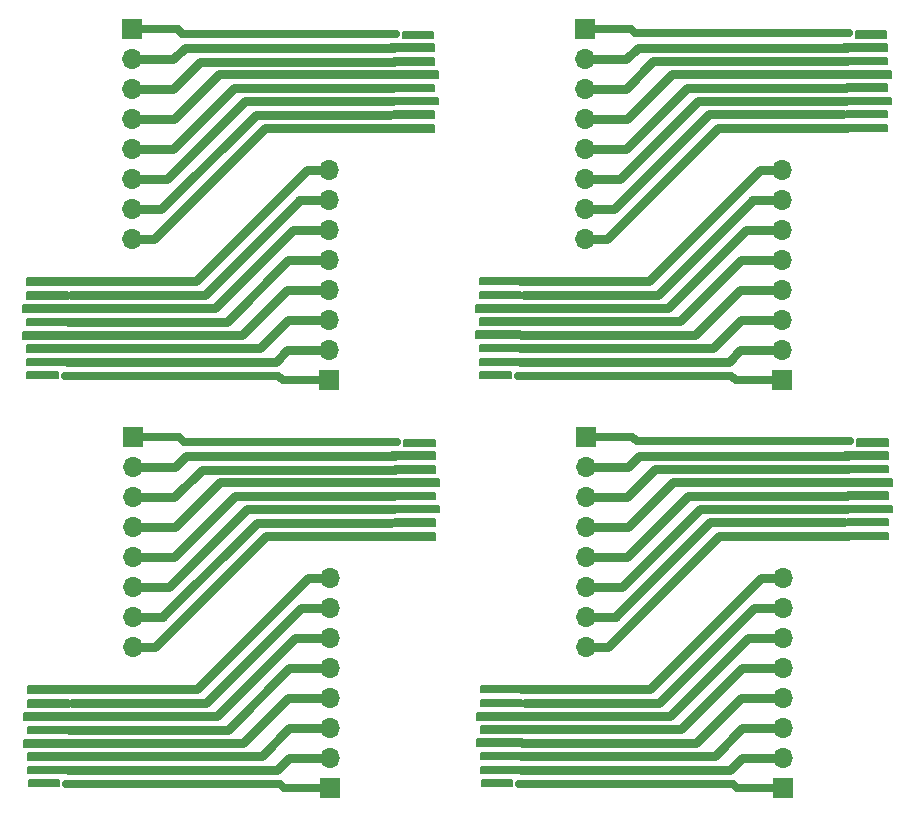
<source format=gbr>
%TF.GenerationSoftware,KiCad,Pcbnew,7.0.1*%
%TF.CreationDate,2023-03-21T17:03:06+01:00*%
%TF.ProjectId,microsdcard_sub_panelized,6d696372-6f73-4646-9361-72645f737562,rev?*%
%TF.SameCoordinates,Original*%
%TF.FileFunction,Copper,L1,Top*%
%TF.FilePolarity,Positive*%
%FSLAX46Y46*%
G04 Gerber Fmt 4.6, Leading zero omitted, Abs format (unit mm)*
G04 Created by KiCad (PCBNEW 7.0.1) date 2023-03-21 17:03:06*
%MOMM*%
%LPD*%
G01*
G04 APERTURE LIST*
%TA.AperFunction,NonConductor*%
%ADD10C,0.200000*%
%TD*%
%TA.AperFunction,ComponentPad*%
%ADD11R,1.700000X1.700000*%
%TD*%
%TA.AperFunction,ComponentPad*%
%ADD12O,1.700000X1.700000*%
%TD*%
%TA.AperFunction,Conductor*%
%ADD13C,0.750000*%
%TD*%
%TA.AperFunction,Conductor*%
%ADD14C,0.650000*%
%TD*%
G04 APERTURE END LIST*
D10*
X69548600Y-121618800D02*
X73036400Y-121618800D01*
X73036400Y-122191800D01*
X69548600Y-122191800D01*
X69548600Y-121618800D01*
%TA.AperFunction,NonConductor*%
G36*
X69548600Y-121618800D02*
G01*
X73036400Y-121618800D01*
X73036400Y-122191800D01*
X69548600Y-122191800D01*
X69548600Y-121618800D01*
G37*
%TD.AperFunction*%
X69548600Y-122794600D02*
X73239600Y-122794600D01*
X73239600Y-123342200D01*
X69548600Y-123342200D01*
X69548600Y-122794600D01*
%TA.AperFunction,NonConductor*%
G36*
X69548600Y-122794600D02*
G01*
X73239600Y-122794600D01*
X73239600Y-123342200D01*
X69548600Y-123342200D01*
X69548600Y-122794600D01*
G37*
%TD.AperFunction*%
X69548600Y-117144600D02*
X72985600Y-117144600D01*
X72985600Y-117692200D01*
X69548600Y-117692200D01*
X69548600Y-117144600D01*
%TA.AperFunction,NonConductor*%
G36*
X69548600Y-117144600D02*
G01*
X72985600Y-117144600D01*
X72985600Y-117692200D01*
X69548600Y-117692200D01*
X69548600Y-117144600D01*
G37*
%TD.AperFunction*%
X69573600Y-123894200D02*
X72147000Y-123894200D01*
X72147000Y-124439800D01*
X69573600Y-124439800D01*
X69573600Y-123894200D01*
%TA.AperFunction,NonConductor*%
G36*
X69573600Y-123894200D02*
G01*
X72147000Y-123894200D01*
X72147000Y-124439800D01*
X69573600Y-124439800D01*
X69573600Y-123894200D01*
G37*
%TD.AperFunction*%
X69548600Y-115968800D02*
X72985600Y-115968800D01*
X72985600Y-116516400D01*
X69548600Y-116516400D01*
X69548600Y-115968800D01*
%TA.AperFunction,NonConductor*%
G36*
X69548600Y-115968800D02*
G01*
X72985600Y-115968800D01*
X72985600Y-116516400D01*
X69548600Y-116516400D01*
X69548600Y-115968800D01*
G37*
%TD.AperFunction*%
X69198600Y-120493800D02*
X73036400Y-120493800D01*
X73036400Y-121066800D01*
X69198600Y-121066800D01*
X69198600Y-120493800D01*
%TA.AperFunction,NonConductor*%
G36*
X69198600Y-120493800D02*
G01*
X73036400Y-120493800D01*
X73036400Y-121066800D01*
X69198600Y-121066800D01*
X69198600Y-120493800D01*
G37*
%TD.AperFunction*%
X69548600Y-119394200D02*
X73036400Y-119394200D01*
X73036400Y-119941800D01*
X69548600Y-119941800D01*
X69548600Y-119394200D01*
%TA.AperFunction,NonConductor*%
G36*
X69548600Y-119394200D02*
G01*
X73036400Y-119394200D01*
X73036400Y-119941800D01*
X69548600Y-119941800D01*
X69548600Y-119394200D01*
G37*
%TD.AperFunction*%
X69223600Y-118269200D02*
X73010600Y-118269200D01*
X73010600Y-118816800D01*
X69223600Y-118816800D01*
X69223600Y-118269200D01*
%TA.AperFunction,NonConductor*%
G36*
X69223600Y-118269200D02*
G01*
X73010600Y-118269200D01*
X73010600Y-118816800D01*
X69223600Y-118816800D01*
X69223600Y-118269200D01*
G37*
%TD.AperFunction*%
X107902600Y-122765400D02*
X111593600Y-122765400D01*
X111593600Y-123313000D01*
X107902600Y-123313000D01*
X107902600Y-122765400D01*
%TA.AperFunction,NonConductor*%
G36*
X107902600Y-122765400D02*
G01*
X111593600Y-122765400D01*
X111593600Y-123313000D01*
X107902600Y-123313000D01*
X107902600Y-122765400D01*
G37*
%TD.AperFunction*%
X107902600Y-117115400D02*
X111339600Y-117115400D01*
X111339600Y-117663000D01*
X107902600Y-117663000D01*
X107902600Y-117115400D01*
%TA.AperFunction,NonConductor*%
G36*
X107902600Y-117115400D02*
G01*
X111339600Y-117115400D01*
X111339600Y-117663000D01*
X107902600Y-117663000D01*
X107902600Y-117115400D01*
G37*
%TD.AperFunction*%
X107902600Y-121589600D02*
X111390400Y-121589600D01*
X111390400Y-122162600D01*
X107902600Y-122162600D01*
X107902600Y-121589600D01*
%TA.AperFunction,NonConductor*%
G36*
X107902600Y-121589600D02*
G01*
X111390400Y-121589600D01*
X111390400Y-122162600D01*
X107902600Y-122162600D01*
X107902600Y-121589600D01*
G37*
%TD.AperFunction*%
X138639600Y-96140600D02*
X142330600Y-96140600D01*
X142330600Y-96688200D01*
X138639600Y-96688200D01*
X138639600Y-96140600D01*
%TA.AperFunction,NonConductor*%
G36*
X138639600Y-96140600D02*
G01*
X142330600Y-96140600D01*
X142330600Y-96688200D01*
X138639600Y-96688200D01*
X138639600Y-96140600D01*
G37*
%TD.AperFunction*%
X107902600Y-115939600D02*
X111339600Y-115939600D01*
X111339600Y-116487200D01*
X107902600Y-116487200D01*
X107902600Y-115939600D01*
%TA.AperFunction,NonConductor*%
G36*
X107902600Y-115939600D02*
G01*
X111339600Y-115939600D01*
X111339600Y-116487200D01*
X107902600Y-116487200D01*
X107902600Y-115939600D01*
G37*
%TD.AperFunction*%
X107552600Y-120464600D02*
X111390400Y-120464600D01*
X111390400Y-121037600D01*
X107552600Y-121037600D01*
X107552600Y-120464600D01*
%TA.AperFunction,NonConductor*%
G36*
X107552600Y-120464600D02*
G01*
X111390400Y-120464600D01*
X111390400Y-121037600D01*
X107552600Y-121037600D01*
X107552600Y-120464600D01*
G37*
%TD.AperFunction*%
X138842800Y-97291000D02*
X142330600Y-97291000D01*
X142330600Y-97864000D01*
X138842800Y-97864000D01*
X138842800Y-97291000D01*
%TA.AperFunction,NonConductor*%
G36*
X138842800Y-97291000D02*
G01*
X142330600Y-97291000D01*
X142330600Y-97864000D01*
X138842800Y-97864000D01*
X138842800Y-97291000D01*
G37*
%TD.AperFunction*%
X138868600Y-100666000D02*
X142655600Y-100666000D01*
X142655600Y-101213600D01*
X138868600Y-101213600D01*
X138868600Y-100666000D01*
%TA.AperFunction,NonConductor*%
G36*
X138868600Y-100666000D02*
G01*
X142655600Y-100666000D01*
X142655600Y-101213600D01*
X138868600Y-101213600D01*
X138868600Y-100666000D01*
G37*
%TD.AperFunction*%
X139732200Y-95043000D02*
X142305600Y-95043000D01*
X142305600Y-95588600D01*
X139732200Y-95588600D01*
X139732200Y-95043000D01*
%TA.AperFunction,NonConductor*%
G36*
X139732200Y-95043000D02*
G01*
X142305600Y-95043000D01*
X142305600Y-95588600D01*
X139732200Y-95588600D01*
X139732200Y-95043000D01*
G37*
%TD.AperFunction*%
X138893600Y-101790600D02*
X142330600Y-101790600D01*
X142330600Y-102338200D01*
X138893600Y-102338200D01*
X138893600Y-101790600D01*
%TA.AperFunction,NonConductor*%
G36*
X138893600Y-101790600D02*
G01*
X142330600Y-101790600D01*
X142330600Y-102338200D01*
X138893600Y-102338200D01*
X138893600Y-101790600D01*
G37*
%TD.AperFunction*%
X138893600Y-102966400D02*
X142330600Y-102966400D01*
X142330600Y-103514000D01*
X138893600Y-103514000D01*
X138893600Y-102966400D01*
%TA.AperFunction,NonConductor*%
G36*
X138893600Y-102966400D02*
G01*
X142330600Y-102966400D01*
X142330600Y-103514000D01*
X138893600Y-103514000D01*
X138893600Y-102966400D01*
G37*
%TD.AperFunction*%
X107927600Y-123865000D02*
X110501000Y-123865000D01*
X110501000Y-124410600D01*
X107927600Y-124410600D01*
X107927600Y-123865000D01*
%TA.AperFunction,NonConductor*%
G36*
X107927600Y-123865000D02*
G01*
X110501000Y-123865000D01*
X110501000Y-124410600D01*
X107927600Y-124410600D01*
X107927600Y-123865000D01*
G37*
%TD.AperFunction*%
X107902600Y-119365000D02*
X111390400Y-119365000D01*
X111390400Y-119912600D01*
X107902600Y-119912600D01*
X107902600Y-119365000D01*
%TA.AperFunction,NonConductor*%
G36*
X107902600Y-119365000D02*
G01*
X111390400Y-119365000D01*
X111390400Y-119912600D01*
X107902600Y-119912600D01*
X107902600Y-119365000D01*
G37*
%TD.AperFunction*%
X107577600Y-118240000D02*
X111364600Y-118240000D01*
X111364600Y-118787600D01*
X107577600Y-118787600D01*
X107577600Y-118240000D01*
%TA.AperFunction,NonConductor*%
G36*
X107577600Y-118240000D02*
G01*
X111364600Y-118240000D01*
X111364600Y-118787600D01*
X107577600Y-118787600D01*
X107577600Y-118240000D01*
G37*
%TD.AperFunction*%
X138842800Y-98416000D02*
X142680600Y-98416000D01*
X142680600Y-98989000D01*
X138842800Y-98989000D01*
X138842800Y-98416000D01*
%TA.AperFunction,NonConductor*%
G36*
X138842800Y-98416000D02*
G01*
X142680600Y-98416000D01*
X142680600Y-98989000D01*
X138842800Y-98989000D01*
X138842800Y-98416000D01*
G37*
%TD.AperFunction*%
X138842800Y-99541000D02*
X142330600Y-99541000D01*
X142330600Y-100088600D01*
X138842800Y-100088600D01*
X138842800Y-99541000D01*
%TA.AperFunction,NonConductor*%
G36*
X138842800Y-99541000D02*
G01*
X142330600Y-99541000D01*
X142330600Y-100088600D01*
X138842800Y-100088600D01*
X138842800Y-99541000D01*
G37*
%TD.AperFunction*%
X101378200Y-95072200D02*
X103951600Y-95072200D01*
X103951600Y-95617800D01*
X101378200Y-95617800D01*
X101378200Y-95072200D01*
%TA.AperFunction,NonConductor*%
G36*
X101378200Y-95072200D02*
G01*
X103951600Y-95072200D01*
X103951600Y-95617800D01*
X101378200Y-95617800D01*
X101378200Y-95072200D01*
G37*
%TD.AperFunction*%
X100488800Y-97320200D02*
X103976600Y-97320200D01*
X103976600Y-97893200D01*
X100488800Y-97893200D01*
X100488800Y-97320200D01*
%TA.AperFunction,NonConductor*%
G36*
X100488800Y-97320200D02*
G01*
X103976600Y-97320200D01*
X103976600Y-97893200D01*
X100488800Y-97893200D01*
X100488800Y-97320200D01*
G37*
%TD.AperFunction*%
X100539600Y-101819800D02*
X103976600Y-101819800D01*
X103976600Y-102367400D01*
X100539600Y-102367400D01*
X100539600Y-101819800D01*
%TA.AperFunction,NonConductor*%
G36*
X100539600Y-101819800D02*
G01*
X103976600Y-101819800D01*
X103976600Y-102367400D01*
X100539600Y-102367400D01*
X100539600Y-101819800D01*
G37*
%TD.AperFunction*%
X100488800Y-98445200D02*
X104326600Y-98445200D01*
X104326600Y-99018200D01*
X100488800Y-99018200D01*
X100488800Y-98445200D01*
%TA.AperFunction,NonConductor*%
G36*
X100488800Y-98445200D02*
G01*
X104326600Y-98445200D01*
X104326600Y-99018200D01*
X100488800Y-99018200D01*
X100488800Y-98445200D01*
G37*
%TD.AperFunction*%
X100488800Y-99570200D02*
X103976600Y-99570200D01*
X103976600Y-100117800D01*
X100488800Y-100117800D01*
X100488800Y-99570200D01*
%TA.AperFunction,NonConductor*%
G36*
X100488800Y-99570200D02*
G01*
X103976600Y-99570200D01*
X103976600Y-100117800D01*
X100488800Y-100117800D01*
X100488800Y-99570200D01*
G37*
%TD.AperFunction*%
X100514600Y-100695200D02*
X104301600Y-100695200D01*
X104301600Y-101242800D01*
X100514600Y-101242800D01*
X100514600Y-100695200D01*
%TA.AperFunction,NonConductor*%
G36*
X100514600Y-100695200D02*
G01*
X104301600Y-100695200D01*
X104301600Y-101242800D01*
X100514600Y-101242800D01*
X100514600Y-100695200D01*
G37*
%TD.AperFunction*%
X100285600Y-96169800D02*
X103976600Y-96169800D01*
X103976600Y-96717400D01*
X100285600Y-96717400D01*
X100285600Y-96169800D01*
%TA.AperFunction,NonConductor*%
G36*
X100285600Y-96169800D02*
G01*
X103976600Y-96169800D01*
X103976600Y-96717400D01*
X100285600Y-96717400D01*
X100285600Y-96169800D01*
G37*
%TD.AperFunction*%
X100539600Y-102995600D02*
X103976600Y-102995600D01*
X103976600Y-103543200D01*
X100539600Y-103543200D01*
X100539600Y-102995600D01*
%TA.AperFunction,NonConductor*%
G36*
X100539600Y-102995600D02*
G01*
X103976600Y-102995600D01*
X103976600Y-103543200D01*
X100539600Y-103543200D01*
X100539600Y-102995600D01*
G37*
%TD.AperFunction*%
X107801000Y-87045600D02*
X111288800Y-87045600D01*
X111288800Y-87618600D01*
X107801000Y-87618600D01*
X107801000Y-87045600D01*
%TA.AperFunction,NonConductor*%
G36*
X107801000Y-87045600D02*
G01*
X111288800Y-87045600D01*
X111288800Y-87618600D01*
X107801000Y-87618600D01*
X107801000Y-87045600D01*
G37*
%TD.AperFunction*%
X107801000Y-88221400D02*
X111492000Y-88221400D01*
X111492000Y-88769000D01*
X107801000Y-88769000D01*
X107801000Y-88221400D01*
%TA.AperFunction,NonConductor*%
G36*
X107801000Y-88221400D02*
G01*
X111492000Y-88221400D01*
X111492000Y-88769000D01*
X107801000Y-88769000D01*
X107801000Y-88221400D01*
G37*
%TD.AperFunction*%
X107801000Y-82571400D02*
X111238000Y-82571400D01*
X111238000Y-83119000D01*
X107801000Y-83119000D01*
X107801000Y-82571400D01*
%TA.AperFunction,NonConductor*%
G36*
X107801000Y-82571400D02*
G01*
X111238000Y-82571400D01*
X111238000Y-83119000D01*
X107801000Y-83119000D01*
X107801000Y-82571400D01*
G37*
%TD.AperFunction*%
X107826000Y-89321000D02*
X110399400Y-89321000D01*
X110399400Y-89866600D01*
X107826000Y-89866600D01*
X107826000Y-89321000D01*
%TA.AperFunction,NonConductor*%
G36*
X107826000Y-89321000D02*
G01*
X110399400Y-89321000D01*
X110399400Y-89866600D01*
X107826000Y-89866600D01*
X107826000Y-89321000D01*
G37*
%TD.AperFunction*%
X107801000Y-81395600D02*
X111238000Y-81395600D01*
X111238000Y-81943200D01*
X107801000Y-81943200D01*
X107801000Y-81395600D01*
%TA.AperFunction,NonConductor*%
G36*
X107801000Y-81395600D02*
G01*
X111238000Y-81395600D01*
X111238000Y-81943200D01*
X107801000Y-81943200D01*
X107801000Y-81395600D01*
G37*
%TD.AperFunction*%
X107451000Y-85920600D02*
X111288800Y-85920600D01*
X111288800Y-86493600D01*
X107451000Y-86493600D01*
X107451000Y-85920600D01*
%TA.AperFunction,NonConductor*%
G36*
X107451000Y-85920600D02*
G01*
X111288800Y-85920600D01*
X111288800Y-86493600D01*
X107451000Y-86493600D01*
X107451000Y-85920600D01*
G37*
%TD.AperFunction*%
X107801000Y-84821000D02*
X111288800Y-84821000D01*
X111288800Y-85368600D01*
X107801000Y-85368600D01*
X107801000Y-84821000D01*
%TA.AperFunction,NonConductor*%
G36*
X107801000Y-84821000D02*
G01*
X111288800Y-84821000D01*
X111288800Y-85368600D01*
X107801000Y-85368600D01*
X107801000Y-84821000D01*
G37*
%TD.AperFunction*%
X107476000Y-83696000D02*
X111263000Y-83696000D01*
X111263000Y-84243600D01*
X107476000Y-84243600D01*
X107476000Y-83696000D01*
%TA.AperFunction,NonConductor*%
G36*
X107476000Y-83696000D02*
G01*
X111263000Y-83696000D01*
X111263000Y-84243600D01*
X107476000Y-84243600D01*
X107476000Y-83696000D01*
G37*
%TD.AperFunction*%
X139630600Y-60499000D02*
X142204000Y-60499000D01*
X142204000Y-61044600D01*
X139630600Y-61044600D01*
X139630600Y-60499000D01*
%TA.AperFunction,NonConductor*%
G36*
X139630600Y-60499000D02*
G01*
X142204000Y-60499000D01*
X142204000Y-61044600D01*
X139630600Y-61044600D01*
X139630600Y-60499000D01*
G37*
%TD.AperFunction*%
X138741200Y-62747000D02*
X142229000Y-62747000D01*
X142229000Y-63320000D01*
X138741200Y-63320000D01*
X138741200Y-62747000D01*
%TA.AperFunction,NonConductor*%
G36*
X138741200Y-62747000D02*
G01*
X142229000Y-62747000D01*
X142229000Y-63320000D01*
X138741200Y-63320000D01*
X138741200Y-62747000D01*
G37*
%TD.AperFunction*%
X138792000Y-67246600D02*
X142229000Y-67246600D01*
X142229000Y-67794200D01*
X138792000Y-67794200D01*
X138792000Y-67246600D01*
%TA.AperFunction,NonConductor*%
G36*
X138792000Y-67246600D02*
G01*
X142229000Y-67246600D01*
X142229000Y-67794200D01*
X138792000Y-67794200D01*
X138792000Y-67246600D01*
G37*
%TD.AperFunction*%
X138741200Y-63872000D02*
X142579000Y-63872000D01*
X142579000Y-64445000D01*
X138741200Y-64445000D01*
X138741200Y-63872000D01*
%TA.AperFunction,NonConductor*%
G36*
X138741200Y-63872000D02*
G01*
X142579000Y-63872000D01*
X142579000Y-64445000D01*
X138741200Y-64445000D01*
X138741200Y-63872000D01*
G37*
%TD.AperFunction*%
X138741200Y-64997000D02*
X142229000Y-64997000D01*
X142229000Y-65544600D01*
X138741200Y-65544600D01*
X138741200Y-64997000D01*
%TA.AperFunction,NonConductor*%
G36*
X138741200Y-64997000D02*
G01*
X142229000Y-64997000D01*
X142229000Y-65544600D01*
X138741200Y-65544600D01*
X138741200Y-64997000D01*
G37*
%TD.AperFunction*%
X138767000Y-66122000D02*
X142554000Y-66122000D01*
X142554000Y-66669600D01*
X138767000Y-66669600D01*
X138767000Y-66122000D01*
%TA.AperFunction,NonConductor*%
G36*
X138767000Y-66122000D02*
G01*
X142554000Y-66122000D01*
X142554000Y-66669600D01*
X138767000Y-66669600D01*
X138767000Y-66122000D01*
G37*
%TD.AperFunction*%
X138538000Y-61596600D02*
X142229000Y-61596600D01*
X142229000Y-62144200D01*
X138538000Y-62144200D01*
X138538000Y-61596600D01*
%TA.AperFunction,NonConductor*%
G36*
X138538000Y-61596600D02*
G01*
X142229000Y-61596600D01*
X142229000Y-62144200D01*
X138538000Y-62144200D01*
X138538000Y-61596600D01*
G37*
%TD.AperFunction*%
X138792000Y-68422400D02*
X142229000Y-68422400D01*
X142229000Y-68970000D01*
X138792000Y-68970000D01*
X138792000Y-68422400D01*
%TA.AperFunction,NonConductor*%
G36*
X138792000Y-68422400D02*
G01*
X142229000Y-68422400D01*
X142229000Y-68970000D01*
X138792000Y-68970000D01*
X138792000Y-68422400D01*
G37*
%TD.AperFunction*%
X72045400Y-89895800D02*
X69472000Y-89895800D01*
X69472000Y-89350200D01*
X72045400Y-89350200D01*
X72045400Y-89895800D01*
%TA.AperFunction,NonConductor*%
G36*
X72045400Y-89895800D02*
G01*
X69472000Y-89895800D01*
X69472000Y-89350200D01*
X72045400Y-89350200D01*
X72045400Y-89895800D01*
G37*
%TD.AperFunction*%
X72934800Y-87647800D02*
X69447000Y-87647800D01*
X69447000Y-87074800D01*
X72934800Y-87074800D01*
X72934800Y-87647800D01*
%TA.AperFunction,NonConductor*%
G36*
X72934800Y-87647800D02*
G01*
X69447000Y-87647800D01*
X69447000Y-87074800D01*
X72934800Y-87074800D01*
X72934800Y-87647800D01*
G37*
%TD.AperFunction*%
X72884000Y-83148200D02*
X69447000Y-83148200D01*
X69447000Y-82600600D01*
X72884000Y-82600600D01*
X72884000Y-83148200D01*
%TA.AperFunction,NonConductor*%
G36*
X72884000Y-83148200D02*
G01*
X69447000Y-83148200D01*
X69447000Y-82600600D01*
X72884000Y-82600600D01*
X72884000Y-83148200D01*
G37*
%TD.AperFunction*%
X72934800Y-86522800D02*
X69097000Y-86522800D01*
X69097000Y-85949800D01*
X72934800Y-85949800D01*
X72934800Y-86522800D01*
%TA.AperFunction,NonConductor*%
G36*
X72934800Y-86522800D02*
G01*
X69097000Y-86522800D01*
X69097000Y-85949800D01*
X72934800Y-85949800D01*
X72934800Y-86522800D01*
G37*
%TD.AperFunction*%
X72934800Y-85397800D02*
X69447000Y-85397800D01*
X69447000Y-84850200D01*
X72934800Y-84850200D01*
X72934800Y-85397800D01*
%TA.AperFunction,NonConductor*%
G36*
X72934800Y-85397800D02*
G01*
X69447000Y-85397800D01*
X69447000Y-84850200D01*
X72934800Y-84850200D01*
X72934800Y-85397800D01*
G37*
%TD.AperFunction*%
X72909000Y-84272800D02*
X69122000Y-84272800D01*
X69122000Y-83725200D01*
X72909000Y-83725200D01*
X72909000Y-84272800D01*
%TA.AperFunction,NonConductor*%
G36*
X72909000Y-84272800D02*
G01*
X69122000Y-84272800D01*
X69122000Y-83725200D01*
X72909000Y-83725200D01*
X72909000Y-84272800D01*
G37*
%TD.AperFunction*%
X73138000Y-88798200D02*
X69447000Y-88798200D01*
X69447000Y-88250600D01*
X73138000Y-88250600D01*
X73138000Y-88798200D01*
%TA.AperFunction,NonConductor*%
G36*
X73138000Y-88798200D02*
G01*
X69447000Y-88798200D01*
X69447000Y-88250600D01*
X73138000Y-88250600D01*
X73138000Y-88798200D01*
G37*
%TD.AperFunction*%
X72884000Y-81972400D02*
X69447000Y-81972400D01*
X69447000Y-81424800D01*
X72884000Y-81424800D01*
X72884000Y-81972400D01*
%TA.AperFunction,NonConductor*%
G36*
X72884000Y-81972400D02*
G01*
X69447000Y-81972400D01*
X69447000Y-81424800D01*
X72884000Y-81424800D01*
X72884000Y-81972400D01*
G37*
%TD.AperFunction*%
X101276600Y-60528200D02*
X103850000Y-60528200D01*
X103850000Y-61073800D01*
X101276600Y-61073800D01*
X101276600Y-60528200D01*
%TA.AperFunction,NonConductor*%
G36*
X101276600Y-60528200D02*
G01*
X103850000Y-60528200D01*
X103850000Y-61073800D01*
X101276600Y-61073800D01*
X101276600Y-60528200D01*
G37*
%TD.AperFunction*%
X100438000Y-67275800D02*
X103875000Y-67275800D01*
X103875000Y-67823400D01*
X100438000Y-67823400D01*
X100438000Y-67275800D01*
%TA.AperFunction,NonConductor*%
G36*
X100438000Y-67275800D02*
G01*
X103875000Y-67275800D01*
X103875000Y-67823400D01*
X100438000Y-67823400D01*
X100438000Y-67275800D01*
G37*
%TD.AperFunction*%
X100438000Y-68451600D02*
X103875000Y-68451600D01*
X103875000Y-68999200D01*
X100438000Y-68999200D01*
X100438000Y-68451600D01*
%TA.AperFunction,NonConductor*%
G36*
X100438000Y-68451600D02*
G01*
X103875000Y-68451600D01*
X103875000Y-68999200D01*
X100438000Y-68999200D01*
X100438000Y-68451600D01*
G37*
%TD.AperFunction*%
X100184000Y-61625800D02*
X103875000Y-61625800D01*
X103875000Y-62173400D01*
X100184000Y-62173400D01*
X100184000Y-61625800D01*
%TA.AperFunction,NonConductor*%
G36*
X100184000Y-61625800D02*
G01*
X103875000Y-61625800D01*
X103875000Y-62173400D01*
X100184000Y-62173400D01*
X100184000Y-61625800D01*
G37*
%TD.AperFunction*%
X100387200Y-62776200D02*
X103875000Y-62776200D01*
X103875000Y-63349200D01*
X100387200Y-63349200D01*
X100387200Y-62776200D01*
%TA.AperFunction,NonConductor*%
G36*
X100387200Y-62776200D02*
G01*
X103875000Y-62776200D01*
X103875000Y-63349200D01*
X100387200Y-63349200D01*
X100387200Y-62776200D01*
G37*
%TD.AperFunction*%
X100413000Y-66151200D02*
X104200000Y-66151200D01*
X104200000Y-66698800D01*
X100413000Y-66698800D01*
X100413000Y-66151200D01*
%TA.AperFunction,NonConductor*%
G36*
X100413000Y-66151200D02*
G01*
X104200000Y-66151200D01*
X104200000Y-66698800D01*
X100413000Y-66698800D01*
X100413000Y-66151200D01*
G37*
%TD.AperFunction*%
X100387200Y-63901200D02*
X104225000Y-63901200D01*
X104225000Y-64474200D01*
X100387200Y-64474200D01*
X100387200Y-63901200D01*
%TA.AperFunction,NonConductor*%
G36*
X100387200Y-63901200D02*
G01*
X104225000Y-63901200D01*
X104225000Y-64474200D01*
X100387200Y-64474200D01*
X100387200Y-63901200D01*
G37*
%TD.AperFunction*%
X100387200Y-65026200D02*
X103875000Y-65026200D01*
X103875000Y-65573800D01*
X100387200Y-65573800D01*
X100387200Y-65026200D01*
%TA.AperFunction,NonConductor*%
G36*
X100387200Y-65026200D02*
G01*
X103875000Y-65026200D01*
X103875000Y-65573800D01*
X100387200Y-65573800D01*
X100387200Y-65026200D01*
G37*
%TD.AperFunction*%
D11*
%TO.P,REF\u002A\u002A,1*%
%TO.N,N/C*%
X78393200Y-94894400D03*
D12*
%TO.P,REF\u002A\u002A,2*%
X78393200Y-97434400D03*
%TO.P,REF\u002A\u002A,3*%
X78393200Y-99974400D03*
%TO.P,REF\u002A\u002A,4*%
X78393200Y-102514400D03*
%TO.P,REF\u002A\u002A,5*%
X78393200Y-105054400D03*
%TO.P,REF\u002A\u002A,6*%
X78393200Y-107594400D03*
%TO.P,REF\u002A\u002A,7*%
X78393200Y-110134400D03*
%TO.P,REF\u002A\u002A,8*%
X78393200Y-112674400D03*
%TD*%
D11*
%TO.P,REF\u002A\u002A,1*%
%TO.N,N/C*%
X95132000Y-124617600D03*
D12*
%TO.P,REF\u002A\u002A,2*%
X95132000Y-122077600D03*
%TO.P,REF\u002A\u002A,3*%
X95132000Y-119537600D03*
%TO.P,REF\u002A\u002A,4*%
X95132000Y-116997600D03*
%TO.P,REF\u002A\u002A,5*%
X95132000Y-114457600D03*
%TO.P,REF\u002A\u002A,6*%
X95132000Y-111917600D03*
%TO.P,REF\u002A\u002A,7*%
X95132000Y-109377600D03*
%TO.P,REF\u002A\u002A,8*%
X95132000Y-106837600D03*
%TD*%
D11*
%TO.P,REF\u002A\u002A,1*%
%TO.N,N/C*%
X133486000Y-124588400D03*
D12*
%TO.P,REF\u002A\u002A,2*%
X133486000Y-122048400D03*
%TO.P,REF\u002A\u002A,3*%
X133486000Y-119508400D03*
%TO.P,REF\u002A\u002A,4*%
X133486000Y-116968400D03*
%TO.P,REF\u002A\u002A,5*%
X133486000Y-114428400D03*
%TO.P,REF\u002A\u002A,6*%
X133486000Y-111888400D03*
%TO.P,REF\u002A\u002A,7*%
X133486000Y-109348400D03*
%TO.P,REF\u002A\u002A,8*%
X133486000Y-106808400D03*
%TD*%
D11*
%TO.P,REF\u002A\u002A,1*%
%TO.N,N/C*%
X116747200Y-94865200D03*
D12*
%TO.P,REF\u002A\u002A,2*%
X116747200Y-97405200D03*
%TO.P,REF\u002A\u002A,3*%
X116747200Y-99945200D03*
%TO.P,REF\u002A\u002A,4*%
X116747200Y-102485200D03*
%TO.P,REF\u002A\u002A,5*%
X116747200Y-105025200D03*
%TO.P,REF\u002A\u002A,6*%
X116747200Y-107565200D03*
%TO.P,REF\u002A\u002A,7*%
X116747200Y-110105200D03*
%TO.P,REF\u002A\u002A,8*%
X116747200Y-112645200D03*
%TD*%
D11*
%TO.P,REF\u002A\u002A,1*%
%TO.N,N/C*%
X116645600Y-60321200D03*
D12*
%TO.P,REF\u002A\u002A,2*%
X116645600Y-62861200D03*
%TO.P,REF\u002A\u002A,3*%
X116645600Y-65401200D03*
%TO.P,REF\u002A\u002A,4*%
X116645600Y-67941200D03*
%TO.P,REF\u002A\u002A,5*%
X116645600Y-70481200D03*
%TO.P,REF\u002A\u002A,6*%
X116645600Y-73021200D03*
%TO.P,REF\u002A\u002A,7*%
X116645600Y-75561200D03*
%TO.P,REF\u002A\u002A,8*%
X116645600Y-78101200D03*
%TD*%
D11*
%TO.P,REF\u002A\u002A,1*%
%TO.N,N/C*%
X133384400Y-90044400D03*
D12*
%TO.P,REF\u002A\u002A,2*%
X133384400Y-87504400D03*
%TO.P,REF\u002A\u002A,3*%
X133384400Y-84964400D03*
%TO.P,REF\u002A\u002A,4*%
X133384400Y-82424400D03*
%TO.P,REF\u002A\u002A,5*%
X133384400Y-79884400D03*
%TO.P,REF\u002A\u002A,6*%
X133384400Y-77344400D03*
%TO.P,REF\u002A\u002A,7*%
X133384400Y-74804400D03*
%TO.P,REF\u002A\u002A,8*%
X133384400Y-72264400D03*
%TD*%
D11*
%TO.P,REF\u002A\u002A,1*%
%TO.N,N/C*%
X95030400Y-90073600D03*
D12*
%TO.P,REF\u002A\u002A,2*%
X95030400Y-87533600D03*
%TO.P,REF\u002A\u002A,3*%
X95030400Y-84993600D03*
%TO.P,REF\u002A\u002A,4*%
X95030400Y-82453600D03*
%TO.P,REF\u002A\u002A,5*%
X95030400Y-79913600D03*
%TO.P,REF\u002A\u002A,6*%
X95030400Y-77373600D03*
%TO.P,REF\u002A\u002A,7*%
X95030400Y-74833600D03*
%TO.P,REF\u002A\u002A,8*%
X95030400Y-72293600D03*
%TD*%
D11*
%TO.P,REF\u002A\u002A,1*%
%TO.N,N/C*%
X78291600Y-60350400D03*
D12*
%TO.P,REF\u002A\u002A,2*%
X78291600Y-62890400D03*
%TO.P,REF\u002A\u002A,3*%
X78291600Y-65430400D03*
%TO.P,REF\u002A\u002A,4*%
X78291600Y-67970400D03*
%TO.P,REF\u002A\u002A,5*%
X78291600Y-70510400D03*
%TO.P,REF\u002A\u002A,6*%
X78291600Y-73050400D03*
%TO.P,REF\u002A\u002A,7*%
X78291600Y-75590400D03*
%TO.P,REF\u002A\u002A,8*%
X78291600Y-78130400D03*
%TD*%
D13*
%TO.N,*%
X93210400Y-106837600D02*
X92702400Y-107345600D01*
X92651600Y-109377600D02*
X84625200Y-117404000D01*
X95132000Y-114457600D02*
X91635600Y-114457600D01*
D14*
X91178400Y-124617600D02*
X90822800Y-124262000D01*
D13*
X86454000Y-119639200D02*
X72992000Y-119639200D01*
X91635600Y-114457600D02*
X86454000Y-119639200D01*
X92092800Y-111917600D02*
X85488800Y-118521600D01*
X95132000Y-111917600D02*
X92092800Y-111917600D01*
X91635600Y-119537600D02*
X89298800Y-121874400D01*
X92702400Y-107345600D02*
X83812400Y-116235600D01*
X95132000Y-116997600D02*
X91534000Y-116997600D01*
X91534000Y-116997600D02*
X87724000Y-120807600D01*
D14*
X72941200Y-124262000D02*
X72772000Y-124262000D01*
X90822800Y-124262000D02*
X72941200Y-124262000D01*
X95132000Y-124617600D02*
X91178400Y-124617600D01*
D13*
X85488800Y-118521600D02*
X72992000Y-118521600D01*
X83812400Y-116235600D02*
X72941200Y-116235600D01*
X84574400Y-117404000D02*
X73246000Y-117404000D01*
X89298800Y-121874400D02*
X72941200Y-121874400D01*
X95132000Y-106837600D02*
X93210400Y-106837600D01*
X95436800Y-109377600D02*
X92600800Y-109377600D01*
X95132000Y-119537600D02*
X91635600Y-119537600D01*
X91584800Y-122077600D02*
X90619600Y-123042800D01*
X87724000Y-120807600D02*
X72992000Y-120807600D01*
X95132000Y-122077600D02*
X91584800Y-122077600D01*
X90619600Y-123042800D02*
X72898600Y-123042800D01*
D14*
X95132000Y-124617600D02*
X94802000Y-124287600D01*
X100584000Y-95250000D02*
X100753200Y-95250000D01*
X82346800Y-94894400D02*
X82702400Y-95250000D01*
X82702400Y-95250000D02*
X100584000Y-95250000D01*
X78393200Y-94894400D02*
X82346800Y-94894400D01*
D13*
X131564400Y-106808400D02*
X131056400Y-107316400D01*
X133486000Y-114428400D02*
X129989600Y-114428400D01*
X131005600Y-109348400D02*
X122979200Y-117374800D01*
X133790800Y-109348400D02*
X130954800Y-109348400D01*
X126078000Y-120778400D02*
X111346000Y-120778400D01*
X133486000Y-119508400D02*
X129989600Y-119508400D01*
X133486000Y-106808400D02*
X131564400Y-106808400D01*
X122928400Y-117374800D02*
X111600000Y-117374800D01*
D14*
X133486000Y-124588400D02*
X133156000Y-124258400D01*
D13*
X122166400Y-116206400D02*
X111295200Y-116206400D01*
X129938800Y-122048400D02*
X128973600Y-123013600D01*
X127652800Y-121845200D02*
X111295200Y-121845200D01*
X128973600Y-123013600D02*
X111252600Y-123013600D01*
X133486000Y-122048400D02*
X129938800Y-122048400D01*
X80873600Y-110134400D02*
X88900000Y-102108000D01*
X88950800Y-102108000D02*
X100279200Y-102108000D01*
X78088400Y-110134400D02*
X80924400Y-110134400D01*
X78393200Y-97434400D02*
X81940400Y-97434400D01*
X81889600Y-105054400D02*
X87071200Y-99872800D01*
X82905600Y-96469200D02*
X100626600Y-96469200D01*
X81940400Y-97434400D02*
X82905600Y-96469200D01*
X87071200Y-99872800D02*
X100533200Y-99872800D01*
X81432400Y-107594400D02*
X88036400Y-100990400D01*
X78393200Y-107594400D02*
X81432400Y-107594400D01*
X78393200Y-105054400D02*
X81889600Y-105054400D01*
X81889600Y-99974400D02*
X84226400Y-97637600D01*
X84226400Y-97637600D02*
X100584000Y-97637600D01*
X78393200Y-99974400D02*
X81889600Y-99974400D01*
X85801200Y-98704400D02*
X100533200Y-98704400D01*
X78393200Y-102514400D02*
X81991200Y-102514400D01*
X81991200Y-102514400D02*
X85801200Y-98704400D01*
X88036400Y-100990400D02*
X100533200Y-100990400D01*
X80314800Y-112674400D02*
X80822800Y-112166400D01*
X89712800Y-103276400D02*
X100584000Y-103276400D01*
X80822800Y-112166400D02*
X89712800Y-103276400D01*
X78393200Y-112674400D02*
X80314800Y-112674400D01*
D14*
X129532400Y-124588400D02*
X129176800Y-124232800D01*
D13*
X124808000Y-119610000D02*
X111346000Y-119610000D01*
X130446800Y-111888400D02*
X123842800Y-118492400D01*
X129989600Y-114428400D02*
X124808000Y-119610000D01*
X118668800Y-112645200D02*
X119176800Y-112137200D01*
X128066800Y-103247200D02*
X138938000Y-103247200D01*
X119176800Y-112137200D02*
X128066800Y-103247200D01*
X116747200Y-112645200D02*
X118668800Y-112645200D01*
D14*
X116747200Y-94865200D02*
X117077200Y-95195200D01*
D13*
X116747200Y-102485200D02*
X120345200Y-102485200D01*
X120345200Y-102485200D02*
X124155200Y-98675200D01*
X119786400Y-107565200D02*
X126390400Y-100961200D01*
X120294400Y-97405200D02*
X121259600Y-96440000D01*
X125425200Y-99843600D02*
X138887200Y-99843600D01*
X124155200Y-98675200D02*
X138887200Y-98675200D01*
X126390400Y-100961200D02*
X138887200Y-100961200D01*
D14*
X138938000Y-95220800D02*
X139107200Y-95220800D01*
X116747200Y-94865200D02*
X120700800Y-94865200D01*
X120700800Y-94865200D02*
X121056400Y-95220800D01*
X121056400Y-95220800D02*
X138938000Y-95220800D01*
D13*
X119227600Y-110105200D02*
X127254000Y-102078800D01*
X116747200Y-99945200D02*
X120243600Y-99945200D01*
X120243600Y-105025200D02*
X125425200Y-99843600D01*
X127304800Y-102078800D02*
X138633200Y-102078800D01*
X116442400Y-110105200D02*
X119278400Y-110105200D01*
X116747200Y-97405200D02*
X120294400Y-97405200D01*
X121259600Y-96440000D02*
X138980600Y-96440000D01*
X116747200Y-107565200D02*
X119786400Y-107565200D01*
X116747200Y-105025200D02*
X120243600Y-105025200D01*
X120243600Y-99945200D02*
X122580400Y-97608400D01*
X122580400Y-97608400D02*
X138938000Y-97608400D01*
D14*
X111295200Y-124232800D02*
X111126000Y-124232800D01*
X133486000Y-124588400D02*
X129532400Y-124588400D01*
D13*
X133486000Y-116968400D02*
X129888000Y-116968400D01*
D14*
X129176800Y-124232800D02*
X111295200Y-124232800D01*
D13*
X129989600Y-119508400D02*
X127652800Y-121845200D01*
X123842800Y-118492400D02*
X111346000Y-118492400D01*
X133486000Y-111888400D02*
X130446800Y-111888400D01*
X131056400Y-107316400D02*
X122166400Y-116206400D01*
X129888000Y-116968400D02*
X126078000Y-120778400D01*
D14*
X78393200Y-94894400D02*
X78723200Y-95224400D01*
D13*
X131462800Y-72264400D02*
X130954800Y-72772400D01*
X130904000Y-74804400D02*
X122877600Y-82830800D01*
X133384400Y-79884400D02*
X129888000Y-79884400D01*
D14*
X129430800Y-90044400D02*
X129075200Y-89688800D01*
D13*
X124706400Y-85066000D02*
X111244400Y-85066000D01*
X129888000Y-79884400D02*
X124706400Y-85066000D01*
X130345200Y-77344400D02*
X123741200Y-83948400D01*
X133384400Y-77344400D02*
X130345200Y-77344400D01*
X129888000Y-84964400D02*
X127551200Y-87301200D01*
X130954800Y-72772400D02*
X122064800Y-81662400D01*
X133384400Y-82424400D02*
X129786400Y-82424400D01*
X129786400Y-82424400D02*
X125976400Y-86234400D01*
D14*
X111193600Y-89688800D02*
X111024400Y-89688800D01*
X129075200Y-89688800D02*
X111193600Y-89688800D01*
X133384400Y-90044400D02*
X129430800Y-90044400D01*
D13*
X123741200Y-83948400D02*
X111244400Y-83948400D01*
X122064800Y-81662400D02*
X111193600Y-81662400D01*
X122826800Y-82830800D02*
X111498400Y-82830800D01*
X127551200Y-87301200D02*
X111193600Y-87301200D01*
X133384400Y-72264400D02*
X131462800Y-72264400D01*
X133689200Y-74804400D02*
X130853200Y-74804400D01*
X133384400Y-84964400D02*
X129888000Y-84964400D01*
X129837200Y-87504400D02*
X128872000Y-88469600D01*
X125976400Y-86234400D02*
X111244400Y-86234400D01*
X133384400Y-87504400D02*
X129837200Y-87504400D01*
X128872000Y-88469600D02*
X111151000Y-88469600D01*
D14*
X133384400Y-90044400D02*
X133054400Y-89714400D01*
X138836400Y-60676800D02*
X139005600Y-60676800D01*
X120599200Y-60321200D02*
X120954800Y-60676800D01*
X120954800Y-60676800D02*
X138836400Y-60676800D01*
X116645600Y-60321200D02*
X120599200Y-60321200D01*
D13*
X119126000Y-75561200D02*
X127152400Y-67534800D01*
X127203200Y-67534800D02*
X138531600Y-67534800D01*
X116340800Y-75561200D02*
X119176800Y-75561200D01*
X116645600Y-62861200D02*
X120192800Y-62861200D01*
X120142000Y-70481200D02*
X125323600Y-65299600D01*
X121158000Y-61896000D02*
X138879000Y-61896000D01*
X120192800Y-62861200D02*
X121158000Y-61896000D01*
X125323600Y-65299600D02*
X138785600Y-65299600D01*
X119684800Y-73021200D02*
X126288800Y-66417200D01*
X116645600Y-73021200D02*
X119684800Y-73021200D01*
X116645600Y-70481200D02*
X120142000Y-70481200D01*
X120142000Y-65401200D02*
X122478800Y-63064400D01*
X122478800Y-63064400D02*
X138836400Y-63064400D01*
X116645600Y-65401200D02*
X120142000Y-65401200D01*
X124053600Y-64131200D02*
X138785600Y-64131200D01*
X116645600Y-67941200D02*
X120243600Y-67941200D01*
X120243600Y-67941200D02*
X124053600Y-64131200D01*
X126288800Y-66417200D02*
X138785600Y-66417200D01*
X118567200Y-78101200D02*
X119075200Y-77593200D01*
X127965200Y-68703200D02*
X138836400Y-68703200D01*
X119075200Y-77593200D02*
X127965200Y-68703200D01*
X116645600Y-78101200D02*
X118567200Y-78101200D01*
D14*
X116645600Y-60321200D02*
X116975600Y-60651200D01*
X72839600Y-89718000D02*
X72670400Y-89718000D01*
X91076800Y-90073600D02*
X90721200Y-89718000D01*
X90721200Y-89718000D02*
X72839600Y-89718000D01*
X95030400Y-90073600D02*
X91076800Y-90073600D01*
D13*
X92550000Y-74833600D02*
X84523600Y-82860000D01*
X84472800Y-82860000D02*
X73144400Y-82860000D01*
X95335200Y-74833600D02*
X92499200Y-74833600D01*
X95030400Y-87533600D02*
X91483200Y-87533600D01*
X91534000Y-79913600D02*
X86352400Y-85095200D01*
X90518000Y-88498800D02*
X72797000Y-88498800D01*
X91483200Y-87533600D02*
X90518000Y-88498800D01*
X86352400Y-85095200D02*
X72890400Y-85095200D01*
X91991200Y-77373600D02*
X85387200Y-83977600D01*
X95030400Y-77373600D02*
X91991200Y-77373600D01*
X95030400Y-79913600D02*
X91534000Y-79913600D01*
X91534000Y-84993600D02*
X89197200Y-87330400D01*
X89197200Y-87330400D02*
X72839600Y-87330400D01*
X95030400Y-84993600D02*
X91534000Y-84993600D01*
X87622400Y-86263600D02*
X72890400Y-86263600D01*
X95030400Y-82453600D02*
X91432400Y-82453600D01*
X91432400Y-82453600D02*
X87622400Y-86263600D01*
X85387200Y-83977600D02*
X72890400Y-83977600D01*
X93108800Y-72293600D02*
X92600800Y-72801600D01*
X83710800Y-81691600D02*
X72839600Y-81691600D01*
X92600800Y-72801600D02*
X83710800Y-81691600D01*
X95030400Y-72293600D02*
X93108800Y-72293600D01*
D14*
X95030400Y-90073600D02*
X94700400Y-89743600D01*
X100482400Y-60706000D02*
X100651600Y-60706000D01*
X82600800Y-60706000D02*
X100482400Y-60706000D01*
X82245200Y-60350400D02*
X82600800Y-60706000D01*
X78291600Y-60350400D02*
X82245200Y-60350400D01*
D13*
X89611200Y-68732400D02*
X100482400Y-68732400D01*
X80721200Y-77622400D02*
X89611200Y-68732400D01*
X80213200Y-78130400D02*
X80721200Y-77622400D01*
X78291600Y-78130400D02*
X80213200Y-78130400D01*
X88849200Y-67564000D02*
X100177600Y-67564000D01*
X80772000Y-75590400D02*
X88798400Y-67564000D01*
X77986800Y-75590400D02*
X80822800Y-75590400D01*
X87934800Y-66446400D02*
X100431600Y-66446400D01*
X81330800Y-73050400D02*
X87934800Y-66446400D01*
X78291600Y-73050400D02*
X81330800Y-73050400D01*
X82804000Y-61925200D02*
X100525000Y-61925200D01*
X81838800Y-62890400D02*
X82804000Y-61925200D01*
X78291600Y-62890400D02*
X81838800Y-62890400D01*
X84124800Y-63093600D02*
X100482400Y-63093600D01*
X81788000Y-65430400D02*
X84124800Y-63093600D01*
X78291600Y-65430400D02*
X81788000Y-65430400D01*
X86969600Y-65328800D02*
X100431600Y-65328800D01*
X81788000Y-70510400D02*
X86969600Y-65328800D01*
X78291600Y-70510400D02*
X81788000Y-70510400D01*
X85699600Y-64160400D02*
X100431600Y-64160400D01*
X81889600Y-67970400D02*
X85699600Y-64160400D01*
X78291600Y-67970400D02*
X81889600Y-67970400D01*
D14*
X78291600Y-60350400D02*
X78621600Y-60680400D01*
%TD*%
M02*

</source>
